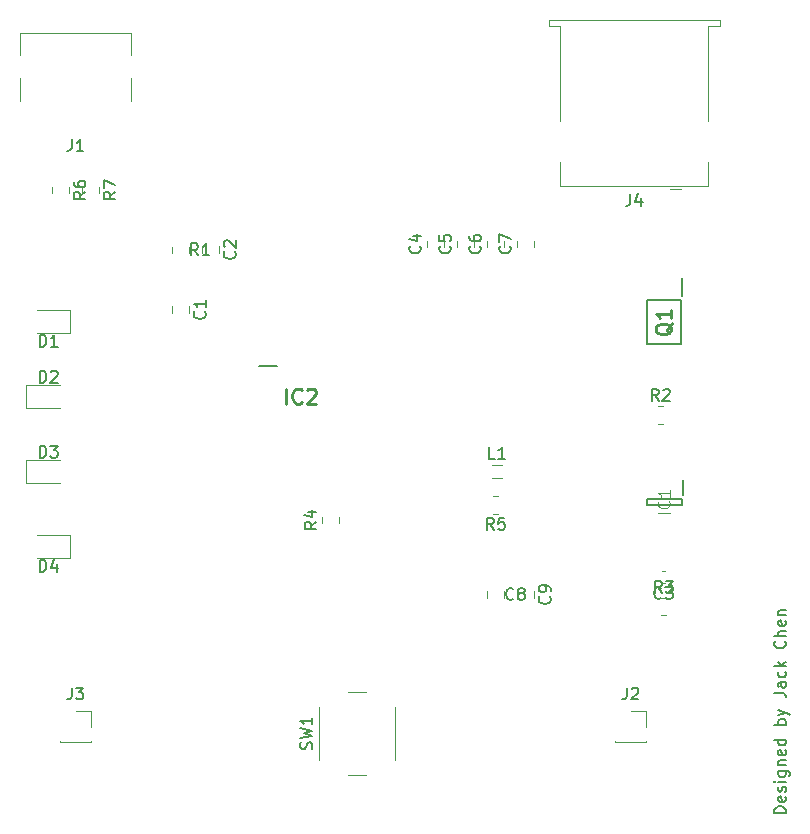
<source format=gbr>
%TF.GenerationSoftware,KiCad,Pcbnew,5.1.9*%
%TF.CreationDate,2021-06-15T13:05:46+08:00*%
%TF.ProjectId,Power-TEST,506f7765-722d-4544-9553-542e6b696361,rev?*%
%TF.SameCoordinates,Original*%
%TF.FileFunction,Legend,Top*%
%TF.FilePolarity,Positive*%
%FSLAX46Y46*%
G04 Gerber Fmt 4.6, Leading zero omitted, Abs format (unit mm)*
G04 Created by KiCad (PCBNEW 5.1.9) date 2021-06-15 13:05:46*
%MOMM*%
%LPD*%
G01*
G04 APERTURE LIST*
%ADD10C,0.150000*%
%ADD11C,0.120000*%
%ADD12C,0.200000*%
%ADD13C,0.015000*%
%ADD14C,0.254000*%
G04 APERTURE END LIST*
D10*
X112212380Y-117815238D02*
X111212380Y-117815238D01*
X111212380Y-117577142D01*
X111260000Y-117434285D01*
X111355238Y-117339047D01*
X111450476Y-117291428D01*
X111640952Y-117243809D01*
X111783809Y-117243809D01*
X111974285Y-117291428D01*
X112069523Y-117339047D01*
X112164761Y-117434285D01*
X112212380Y-117577142D01*
X112212380Y-117815238D01*
X112164761Y-116434285D02*
X112212380Y-116529523D01*
X112212380Y-116720000D01*
X112164761Y-116815238D01*
X112069523Y-116862857D01*
X111688571Y-116862857D01*
X111593333Y-116815238D01*
X111545714Y-116720000D01*
X111545714Y-116529523D01*
X111593333Y-116434285D01*
X111688571Y-116386666D01*
X111783809Y-116386666D01*
X111879047Y-116862857D01*
X112164761Y-116005714D02*
X112212380Y-115910476D01*
X112212380Y-115720000D01*
X112164761Y-115624761D01*
X112069523Y-115577142D01*
X112021904Y-115577142D01*
X111926666Y-115624761D01*
X111879047Y-115720000D01*
X111879047Y-115862857D01*
X111831428Y-115958095D01*
X111736190Y-116005714D01*
X111688571Y-116005714D01*
X111593333Y-115958095D01*
X111545714Y-115862857D01*
X111545714Y-115720000D01*
X111593333Y-115624761D01*
X112212380Y-115148571D02*
X111545714Y-115148571D01*
X111212380Y-115148571D02*
X111260000Y-115196190D01*
X111307619Y-115148571D01*
X111260000Y-115100952D01*
X111212380Y-115148571D01*
X111307619Y-115148571D01*
X111545714Y-114243809D02*
X112355238Y-114243809D01*
X112450476Y-114291428D01*
X112498095Y-114339047D01*
X112545714Y-114434285D01*
X112545714Y-114577142D01*
X112498095Y-114672380D01*
X112164761Y-114243809D02*
X112212380Y-114339047D01*
X112212380Y-114529523D01*
X112164761Y-114624761D01*
X112117142Y-114672380D01*
X112021904Y-114720000D01*
X111736190Y-114720000D01*
X111640952Y-114672380D01*
X111593333Y-114624761D01*
X111545714Y-114529523D01*
X111545714Y-114339047D01*
X111593333Y-114243809D01*
X111545714Y-113767619D02*
X112212380Y-113767619D01*
X111640952Y-113767619D02*
X111593333Y-113720000D01*
X111545714Y-113624761D01*
X111545714Y-113481904D01*
X111593333Y-113386666D01*
X111688571Y-113339047D01*
X112212380Y-113339047D01*
X112164761Y-112481904D02*
X112212380Y-112577142D01*
X112212380Y-112767619D01*
X112164761Y-112862857D01*
X112069523Y-112910476D01*
X111688571Y-112910476D01*
X111593333Y-112862857D01*
X111545714Y-112767619D01*
X111545714Y-112577142D01*
X111593333Y-112481904D01*
X111688571Y-112434285D01*
X111783809Y-112434285D01*
X111879047Y-112910476D01*
X112212380Y-111577142D02*
X111212380Y-111577142D01*
X112164761Y-111577142D02*
X112212380Y-111672380D01*
X112212380Y-111862857D01*
X112164761Y-111958095D01*
X112117142Y-112005714D01*
X112021904Y-112053333D01*
X111736190Y-112053333D01*
X111640952Y-112005714D01*
X111593333Y-111958095D01*
X111545714Y-111862857D01*
X111545714Y-111672380D01*
X111593333Y-111577142D01*
X112212380Y-110339047D02*
X111212380Y-110339047D01*
X111593333Y-110339047D02*
X111545714Y-110243809D01*
X111545714Y-110053333D01*
X111593333Y-109958095D01*
X111640952Y-109910476D01*
X111736190Y-109862857D01*
X112021904Y-109862857D01*
X112117142Y-109910476D01*
X112164761Y-109958095D01*
X112212380Y-110053333D01*
X112212380Y-110243809D01*
X112164761Y-110339047D01*
X111545714Y-109529523D02*
X112212380Y-109291428D01*
X111545714Y-109053333D02*
X112212380Y-109291428D01*
X112450476Y-109386666D01*
X112498095Y-109434285D01*
X112545714Y-109529523D01*
X111212380Y-107624761D02*
X111926666Y-107624761D01*
X112069523Y-107672380D01*
X112164761Y-107767619D01*
X112212380Y-107910476D01*
X112212380Y-108005714D01*
X112212380Y-106720000D02*
X111688571Y-106720000D01*
X111593333Y-106767619D01*
X111545714Y-106862857D01*
X111545714Y-107053333D01*
X111593333Y-107148571D01*
X112164761Y-106720000D02*
X112212380Y-106815238D01*
X112212380Y-107053333D01*
X112164761Y-107148571D01*
X112069523Y-107196190D01*
X111974285Y-107196190D01*
X111879047Y-107148571D01*
X111831428Y-107053333D01*
X111831428Y-106815238D01*
X111783809Y-106720000D01*
X112164761Y-105815238D02*
X112212380Y-105910476D01*
X112212380Y-106100952D01*
X112164761Y-106196190D01*
X112117142Y-106243809D01*
X112021904Y-106291428D01*
X111736190Y-106291428D01*
X111640952Y-106243809D01*
X111593333Y-106196190D01*
X111545714Y-106100952D01*
X111545714Y-105910476D01*
X111593333Y-105815238D01*
X112212380Y-105386666D02*
X111212380Y-105386666D01*
X111831428Y-105291428D02*
X112212380Y-105005714D01*
X111545714Y-105005714D02*
X111926666Y-105386666D01*
X112117142Y-103243809D02*
X112164761Y-103291428D01*
X112212380Y-103434285D01*
X112212380Y-103529523D01*
X112164761Y-103672380D01*
X112069523Y-103767619D01*
X111974285Y-103815238D01*
X111783809Y-103862857D01*
X111640952Y-103862857D01*
X111450476Y-103815238D01*
X111355238Y-103767619D01*
X111260000Y-103672380D01*
X111212380Y-103529523D01*
X111212380Y-103434285D01*
X111260000Y-103291428D01*
X111307619Y-103243809D01*
X112212380Y-102815238D02*
X111212380Y-102815238D01*
X112212380Y-102386666D02*
X111688571Y-102386666D01*
X111593333Y-102434285D01*
X111545714Y-102529523D01*
X111545714Y-102672380D01*
X111593333Y-102767619D01*
X111640952Y-102815238D01*
X112164761Y-101529523D02*
X112212380Y-101624761D01*
X112212380Y-101815238D01*
X112164761Y-101910476D01*
X112069523Y-101958095D01*
X111688571Y-101958095D01*
X111593333Y-101910476D01*
X111545714Y-101815238D01*
X111545714Y-101624761D01*
X111593333Y-101529523D01*
X111688571Y-101481904D01*
X111783809Y-101481904D01*
X111879047Y-101958095D01*
X111545714Y-101053333D02*
X112212380Y-101053333D01*
X111640952Y-101053333D02*
X111593333Y-101005714D01*
X111545714Y-100910476D01*
X111545714Y-100767619D01*
X111593333Y-100672380D01*
X111688571Y-100624761D01*
X112212380Y-100624761D01*
D11*
%TO.C,C3*%
X101978767Y-98300000D02*
X101686233Y-98300000D01*
X101978767Y-97280000D02*
X101686233Y-97280000D01*
%TO.C,J3*%
X50740000Y-111820000D02*
X53400000Y-111820000D01*
X50740000Y-111700000D02*
X50740000Y-111820000D01*
X53400000Y-111700000D02*
X53400000Y-111820000D01*
X53400000Y-109160000D02*
X53400000Y-110490000D01*
X52070000Y-109160000D02*
X53400000Y-109160000D01*
%TO.C,J2*%
X97730000Y-111820000D02*
X100390000Y-111820000D01*
X97730000Y-111700000D02*
X97730000Y-111820000D01*
X100390000Y-111700000D02*
X100390000Y-111820000D01*
X100390000Y-109160000D02*
X100390000Y-110490000D01*
X99060000Y-109160000D02*
X100390000Y-109160000D01*
%TO.C,R7*%
X54075000Y-64812936D02*
X54075000Y-65267064D01*
X52605000Y-64812936D02*
X52605000Y-65267064D01*
%TO.C,R6*%
X51535000Y-64812936D02*
X51535000Y-65267064D01*
X50065000Y-64812936D02*
X50065000Y-65267064D01*
%TO.C,C1*%
X61695000Y-74901248D02*
X61695000Y-75423752D01*
X60225000Y-74901248D02*
X60225000Y-75423752D01*
%TO.C,C2*%
X62765000Y-69821248D02*
X62765000Y-70343752D01*
X64235000Y-69821248D02*
X64235000Y-70343752D01*
%TO.C,C4*%
X81815000Y-69878752D02*
X81815000Y-69356248D01*
X83285000Y-69878752D02*
X83285000Y-69356248D01*
%TO.C,C5*%
X84355000Y-69878752D02*
X84355000Y-69356248D01*
X85825000Y-69878752D02*
X85825000Y-69356248D01*
%TO.C,C6*%
X88365000Y-69878752D02*
X88365000Y-69356248D01*
X86895000Y-69878752D02*
X86895000Y-69356248D01*
%TO.C,C7*%
X90905000Y-69878752D02*
X90905000Y-69356248D01*
X89435000Y-69878752D02*
X89435000Y-69356248D01*
%TO.C,C8*%
X88365000Y-99031248D02*
X88365000Y-99553752D01*
X86895000Y-99031248D02*
X86895000Y-99553752D01*
%TO.C,C9*%
X89435000Y-99031248D02*
X89435000Y-99553752D01*
X90905000Y-99031248D02*
X90905000Y-99553752D01*
%TO.C,D1*%
X48775000Y-77160000D02*
X51635000Y-77160000D01*
X51635000Y-77160000D02*
X51635000Y-75240000D01*
X51635000Y-75240000D02*
X48775000Y-75240000D01*
%TO.C,D2*%
X47915000Y-83510000D02*
X50775000Y-83510000D01*
X47915000Y-81590000D02*
X47915000Y-83510000D01*
X50775000Y-81590000D02*
X47915000Y-81590000D01*
%TO.C,D3*%
X47915000Y-89860000D02*
X50775000Y-89860000D01*
X47915000Y-87940000D02*
X47915000Y-89860000D01*
X50775000Y-87940000D02*
X47915000Y-87940000D01*
%TO.C,D4*%
X48775000Y-96210000D02*
X51635000Y-96210000D01*
X51635000Y-96210000D02*
X51635000Y-94290000D01*
X51635000Y-94290000D02*
X48775000Y-94290000D01*
D12*
%TO.C,IC1*%
X103520000Y-89585000D02*
X103520000Y-90835000D01*
X100460000Y-91185000D02*
X103380000Y-91185000D01*
X100460000Y-91735000D02*
X100460000Y-91185000D01*
X103380000Y-91735000D02*
X100460000Y-91735000D01*
X103380000Y-91185000D02*
X103380000Y-91735000D01*
%TO.C,IC2*%
X67645000Y-79945000D02*
X69170000Y-79945000D01*
D11*
%TO.C,J1*%
X56770000Y-51745000D02*
X47370000Y-51745000D01*
X47370000Y-57545000D02*
X47370000Y-55545000D01*
X47370000Y-53645000D02*
X47370000Y-51745000D01*
X56770000Y-57545000D02*
X56770000Y-55545000D01*
X56770000Y-53645000D02*
X56770000Y-51745000D01*
%TO.C,J4*%
X106620000Y-50680000D02*
X92120000Y-50680000D01*
X92120000Y-50680000D02*
X92120000Y-51180000D01*
X92120000Y-51180000D02*
X93120000Y-51180000D01*
X93120000Y-51180000D02*
X93120000Y-59180000D01*
X93120000Y-62680000D02*
X93120000Y-64680000D01*
X93120000Y-64680000D02*
X105620000Y-64680000D01*
X105620000Y-64680000D02*
X105620000Y-62680000D01*
X105620000Y-59180000D02*
X105620000Y-51180000D01*
X105620000Y-51180000D02*
X106620000Y-51180000D01*
X106620000Y-51180000D02*
X106620000Y-50680000D01*
X103370000Y-64930000D02*
X102370000Y-64930000D01*
%TO.C,L1*%
X87339758Y-89460000D02*
X88160242Y-89460000D01*
X87339758Y-88340000D02*
X88160242Y-88340000D01*
D12*
%TO.C,Q1*%
X103445000Y-72525000D02*
X103445000Y-74000000D01*
X100430000Y-74350000D02*
X103360000Y-74350000D01*
X100430000Y-78050000D02*
X100430000Y-74350000D01*
X103360000Y-78050000D02*
X100430000Y-78050000D01*
X103360000Y-74350000D02*
X103360000Y-78050000D01*
D11*
%TO.C,R1*%
X60225000Y-69892936D02*
X60225000Y-70347064D01*
X61695000Y-69892936D02*
X61695000Y-70347064D01*
%TO.C,R2*%
X101372936Y-84825000D02*
X101827064Y-84825000D01*
X101372936Y-83355000D02*
X101827064Y-83355000D01*
%TO.C,R3*%
X101642936Y-101065000D02*
X102097064Y-101065000D01*
X101642936Y-99595000D02*
X102097064Y-99595000D01*
%TO.C,R4*%
X72925000Y-93207064D02*
X72925000Y-92752936D01*
X74395000Y-93207064D02*
X74395000Y-92752936D01*
%TO.C,R5*%
X87857064Y-90975000D02*
X87402936Y-90975000D01*
X87857064Y-92445000D02*
X87402936Y-92445000D01*
%TO.C,SW1*%
X76660000Y-107550000D02*
X75160000Y-107550000D01*
X72660000Y-108800000D02*
X72660000Y-113300000D01*
X75160000Y-114550000D02*
X76660000Y-114550000D01*
X79160000Y-113300000D02*
X79160000Y-108800000D01*
%TO.C,C3*%
D10*
X101665833Y-99577142D02*
X101618214Y-99624761D01*
X101475357Y-99672380D01*
X101380119Y-99672380D01*
X101237261Y-99624761D01*
X101142023Y-99529523D01*
X101094404Y-99434285D01*
X101046785Y-99243809D01*
X101046785Y-99100952D01*
X101094404Y-98910476D01*
X101142023Y-98815238D01*
X101237261Y-98720000D01*
X101380119Y-98672380D01*
X101475357Y-98672380D01*
X101618214Y-98720000D01*
X101665833Y-98767619D01*
X101999166Y-98672380D02*
X102618214Y-98672380D01*
X102284880Y-99053333D01*
X102427738Y-99053333D01*
X102522976Y-99100952D01*
X102570595Y-99148571D01*
X102618214Y-99243809D01*
X102618214Y-99481904D01*
X102570595Y-99577142D01*
X102522976Y-99624761D01*
X102427738Y-99672380D01*
X102142023Y-99672380D01*
X102046785Y-99624761D01*
X101999166Y-99577142D01*
%TO.C,J3*%
X51736666Y-107172380D02*
X51736666Y-107886666D01*
X51689047Y-108029523D01*
X51593809Y-108124761D01*
X51450952Y-108172380D01*
X51355714Y-108172380D01*
X52117619Y-107172380D02*
X52736666Y-107172380D01*
X52403333Y-107553333D01*
X52546190Y-107553333D01*
X52641428Y-107600952D01*
X52689047Y-107648571D01*
X52736666Y-107743809D01*
X52736666Y-107981904D01*
X52689047Y-108077142D01*
X52641428Y-108124761D01*
X52546190Y-108172380D01*
X52260476Y-108172380D01*
X52165238Y-108124761D01*
X52117619Y-108077142D01*
%TO.C,J2*%
X98726666Y-107172380D02*
X98726666Y-107886666D01*
X98679047Y-108029523D01*
X98583809Y-108124761D01*
X98440952Y-108172380D01*
X98345714Y-108172380D01*
X99155238Y-107267619D02*
X99202857Y-107220000D01*
X99298095Y-107172380D01*
X99536190Y-107172380D01*
X99631428Y-107220000D01*
X99679047Y-107267619D01*
X99726666Y-107362857D01*
X99726666Y-107458095D01*
X99679047Y-107600952D01*
X99107619Y-108172380D01*
X99726666Y-108172380D01*
%TO.C,R7*%
X55442380Y-65206666D02*
X54966190Y-65540000D01*
X55442380Y-65778095D02*
X54442380Y-65778095D01*
X54442380Y-65397142D01*
X54490000Y-65301904D01*
X54537619Y-65254285D01*
X54632857Y-65206666D01*
X54775714Y-65206666D01*
X54870952Y-65254285D01*
X54918571Y-65301904D01*
X54966190Y-65397142D01*
X54966190Y-65778095D01*
X54442380Y-64873333D02*
X54442380Y-64206666D01*
X55442380Y-64635238D01*
%TO.C,R6*%
X52902380Y-65206666D02*
X52426190Y-65540000D01*
X52902380Y-65778095D02*
X51902380Y-65778095D01*
X51902380Y-65397142D01*
X51950000Y-65301904D01*
X51997619Y-65254285D01*
X52092857Y-65206666D01*
X52235714Y-65206666D01*
X52330952Y-65254285D01*
X52378571Y-65301904D01*
X52426190Y-65397142D01*
X52426190Y-65778095D01*
X51902380Y-64349523D02*
X51902380Y-64540000D01*
X51950000Y-64635238D01*
X51997619Y-64682857D01*
X52140476Y-64778095D01*
X52330952Y-64825714D01*
X52711904Y-64825714D01*
X52807142Y-64778095D01*
X52854761Y-64730476D01*
X52902380Y-64635238D01*
X52902380Y-64444761D01*
X52854761Y-64349523D01*
X52807142Y-64301904D01*
X52711904Y-64254285D01*
X52473809Y-64254285D01*
X52378571Y-64301904D01*
X52330952Y-64349523D01*
X52283333Y-64444761D01*
X52283333Y-64635238D01*
X52330952Y-64730476D01*
X52378571Y-64778095D01*
X52473809Y-64825714D01*
%TO.C,C1*%
X62997142Y-75329166D02*
X63044761Y-75376785D01*
X63092380Y-75519642D01*
X63092380Y-75614880D01*
X63044761Y-75757738D01*
X62949523Y-75852976D01*
X62854285Y-75900595D01*
X62663809Y-75948214D01*
X62520952Y-75948214D01*
X62330476Y-75900595D01*
X62235238Y-75852976D01*
X62140000Y-75757738D01*
X62092380Y-75614880D01*
X62092380Y-75519642D01*
X62140000Y-75376785D01*
X62187619Y-75329166D01*
X63092380Y-74376785D02*
X63092380Y-74948214D01*
X63092380Y-74662500D02*
X62092380Y-74662500D01*
X62235238Y-74757738D01*
X62330476Y-74852976D01*
X62378095Y-74948214D01*
%TO.C,C2*%
X65537142Y-70249166D02*
X65584761Y-70296785D01*
X65632380Y-70439642D01*
X65632380Y-70534880D01*
X65584761Y-70677738D01*
X65489523Y-70772976D01*
X65394285Y-70820595D01*
X65203809Y-70868214D01*
X65060952Y-70868214D01*
X64870476Y-70820595D01*
X64775238Y-70772976D01*
X64680000Y-70677738D01*
X64632380Y-70534880D01*
X64632380Y-70439642D01*
X64680000Y-70296785D01*
X64727619Y-70249166D01*
X64727619Y-69868214D02*
X64680000Y-69820595D01*
X64632380Y-69725357D01*
X64632380Y-69487261D01*
X64680000Y-69392023D01*
X64727619Y-69344404D01*
X64822857Y-69296785D01*
X64918095Y-69296785D01*
X65060952Y-69344404D01*
X65632380Y-69915833D01*
X65632380Y-69296785D01*
%TO.C,C4*%
X81227142Y-69784166D02*
X81274761Y-69831785D01*
X81322380Y-69974642D01*
X81322380Y-70069880D01*
X81274761Y-70212738D01*
X81179523Y-70307976D01*
X81084285Y-70355595D01*
X80893809Y-70403214D01*
X80750952Y-70403214D01*
X80560476Y-70355595D01*
X80465238Y-70307976D01*
X80370000Y-70212738D01*
X80322380Y-70069880D01*
X80322380Y-69974642D01*
X80370000Y-69831785D01*
X80417619Y-69784166D01*
X80655714Y-68927023D02*
X81322380Y-68927023D01*
X80274761Y-69165119D02*
X80989047Y-69403214D01*
X80989047Y-68784166D01*
%TO.C,C5*%
X83767142Y-69784166D02*
X83814761Y-69831785D01*
X83862380Y-69974642D01*
X83862380Y-70069880D01*
X83814761Y-70212738D01*
X83719523Y-70307976D01*
X83624285Y-70355595D01*
X83433809Y-70403214D01*
X83290952Y-70403214D01*
X83100476Y-70355595D01*
X83005238Y-70307976D01*
X82910000Y-70212738D01*
X82862380Y-70069880D01*
X82862380Y-69974642D01*
X82910000Y-69831785D01*
X82957619Y-69784166D01*
X82862380Y-68879404D02*
X82862380Y-69355595D01*
X83338571Y-69403214D01*
X83290952Y-69355595D01*
X83243333Y-69260357D01*
X83243333Y-69022261D01*
X83290952Y-68927023D01*
X83338571Y-68879404D01*
X83433809Y-68831785D01*
X83671904Y-68831785D01*
X83767142Y-68879404D01*
X83814761Y-68927023D01*
X83862380Y-69022261D01*
X83862380Y-69260357D01*
X83814761Y-69355595D01*
X83767142Y-69403214D01*
%TO.C,C6*%
X86307142Y-69784166D02*
X86354761Y-69831785D01*
X86402380Y-69974642D01*
X86402380Y-70069880D01*
X86354761Y-70212738D01*
X86259523Y-70307976D01*
X86164285Y-70355595D01*
X85973809Y-70403214D01*
X85830952Y-70403214D01*
X85640476Y-70355595D01*
X85545238Y-70307976D01*
X85450000Y-70212738D01*
X85402380Y-70069880D01*
X85402380Y-69974642D01*
X85450000Y-69831785D01*
X85497619Y-69784166D01*
X85402380Y-68927023D02*
X85402380Y-69117500D01*
X85450000Y-69212738D01*
X85497619Y-69260357D01*
X85640476Y-69355595D01*
X85830952Y-69403214D01*
X86211904Y-69403214D01*
X86307142Y-69355595D01*
X86354761Y-69307976D01*
X86402380Y-69212738D01*
X86402380Y-69022261D01*
X86354761Y-68927023D01*
X86307142Y-68879404D01*
X86211904Y-68831785D01*
X85973809Y-68831785D01*
X85878571Y-68879404D01*
X85830952Y-68927023D01*
X85783333Y-69022261D01*
X85783333Y-69212738D01*
X85830952Y-69307976D01*
X85878571Y-69355595D01*
X85973809Y-69403214D01*
%TO.C,C7*%
X88847142Y-69784166D02*
X88894761Y-69831785D01*
X88942380Y-69974642D01*
X88942380Y-70069880D01*
X88894761Y-70212738D01*
X88799523Y-70307976D01*
X88704285Y-70355595D01*
X88513809Y-70403214D01*
X88370952Y-70403214D01*
X88180476Y-70355595D01*
X88085238Y-70307976D01*
X87990000Y-70212738D01*
X87942380Y-70069880D01*
X87942380Y-69974642D01*
X87990000Y-69831785D01*
X88037619Y-69784166D01*
X87942380Y-69450833D02*
X87942380Y-68784166D01*
X88942380Y-69212738D01*
%TO.C,C8*%
X89143333Y-99649642D02*
X89095714Y-99697261D01*
X88952857Y-99744880D01*
X88857619Y-99744880D01*
X88714761Y-99697261D01*
X88619523Y-99602023D01*
X88571904Y-99506785D01*
X88524285Y-99316309D01*
X88524285Y-99173452D01*
X88571904Y-98982976D01*
X88619523Y-98887738D01*
X88714761Y-98792500D01*
X88857619Y-98744880D01*
X88952857Y-98744880D01*
X89095714Y-98792500D01*
X89143333Y-98840119D01*
X89714761Y-99173452D02*
X89619523Y-99125833D01*
X89571904Y-99078214D01*
X89524285Y-98982976D01*
X89524285Y-98935357D01*
X89571904Y-98840119D01*
X89619523Y-98792500D01*
X89714761Y-98744880D01*
X89905238Y-98744880D01*
X90000476Y-98792500D01*
X90048095Y-98840119D01*
X90095714Y-98935357D01*
X90095714Y-98982976D01*
X90048095Y-99078214D01*
X90000476Y-99125833D01*
X89905238Y-99173452D01*
X89714761Y-99173452D01*
X89619523Y-99221071D01*
X89571904Y-99268690D01*
X89524285Y-99363928D01*
X89524285Y-99554404D01*
X89571904Y-99649642D01*
X89619523Y-99697261D01*
X89714761Y-99744880D01*
X89905238Y-99744880D01*
X90000476Y-99697261D01*
X90048095Y-99649642D01*
X90095714Y-99554404D01*
X90095714Y-99363928D01*
X90048095Y-99268690D01*
X90000476Y-99221071D01*
X89905238Y-99173452D01*
%TO.C,C9*%
X92207142Y-99459166D02*
X92254761Y-99506785D01*
X92302380Y-99649642D01*
X92302380Y-99744880D01*
X92254761Y-99887738D01*
X92159523Y-99982976D01*
X92064285Y-100030595D01*
X91873809Y-100078214D01*
X91730952Y-100078214D01*
X91540476Y-100030595D01*
X91445238Y-99982976D01*
X91350000Y-99887738D01*
X91302380Y-99744880D01*
X91302380Y-99649642D01*
X91350000Y-99506785D01*
X91397619Y-99459166D01*
X92302380Y-98982976D02*
X92302380Y-98792500D01*
X92254761Y-98697261D01*
X92207142Y-98649642D01*
X92064285Y-98554404D01*
X91873809Y-98506785D01*
X91492857Y-98506785D01*
X91397619Y-98554404D01*
X91350000Y-98602023D01*
X91302380Y-98697261D01*
X91302380Y-98887738D01*
X91350000Y-98982976D01*
X91397619Y-99030595D01*
X91492857Y-99078214D01*
X91730952Y-99078214D01*
X91826190Y-99030595D01*
X91873809Y-98982976D01*
X91921428Y-98887738D01*
X91921428Y-98697261D01*
X91873809Y-98602023D01*
X91826190Y-98554404D01*
X91730952Y-98506785D01*
%TO.C,D1*%
X49036904Y-78302380D02*
X49036904Y-77302380D01*
X49275000Y-77302380D01*
X49417857Y-77350000D01*
X49513095Y-77445238D01*
X49560714Y-77540476D01*
X49608333Y-77730952D01*
X49608333Y-77873809D01*
X49560714Y-78064285D01*
X49513095Y-78159523D01*
X49417857Y-78254761D01*
X49275000Y-78302380D01*
X49036904Y-78302380D01*
X50560714Y-78302380D02*
X49989285Y-78302380D01*
X50275000Y-78302380D02*
X50275000Y-77302380D01*
X50179761Y-77445238D01*
X50084523Y-77540476D01*
X49989285Y-77588095D01*
%TO.C,D2*%
X49036904Y-81352380D02*
X49036904Y-80352380D01*
X49275000Y-80352380D01*
X49417857Y-80400000D01*
X49513095Y-80495238D01*
X49560714Y-80590476D01*
X49608333Y-80780952D01*
X49608333Y-80923809D01*
X49560714Y-81114285D01*
X49513095Y-81209523D01*
X49417857Y-81304761D01*
X49275000Y-81352380D01*
X49036904Y-81352380D01*
X49989285Y-80447619D02*
X50036904Y-80400000D01*
X50132142Y-80352380D01*
X50370238Y-80352380D01*
X50465476Y-80400000D01*
X50513095Y-80447619D01*
X50560714Y-80542857D01*
X50560714Y-80638095D01*
X50513095Y-80780952D01*
X49941666Y-81352380D01*
X50560714Y-81352380D01*
%TO.C,D3*%
X49036904Y-87702380D02*
X49036904Y-86702380D01*
X49275000Y-86702380D01*
X49417857Y-86750000D01*
X49513095Y-86845238D01*
X49560714Y-86940476D01*
X49608333Y-87130952D01*
X49608333Y-87273809D01*
X49560714Y-87464285D01*
X49513095Y-87559523D01*
X49417857Y-87654761D01*
X49275000Y-87702380D01*
X49036904Y-87702380D01*
X49941666Y-86702380D02*
X50560714Y-86702380D01*
X50227380Y-87083333D01*
X50370238Y-87083333D01*
X50465476Y-87130952D01*
X50513095Y-87178571D01*
X50560714Y-87273809D01*
X50560714Y-87511904D01*
X50513095Y-87607142D01*
X50465476Y-87654761D01*
X50370238Y-87702380D01*
X50084523Y-87702380D01*
X49989285Y-87654761D01*
X49941666Y-87607142D01*
%TO.C,D4*%
X49036904Y-97352380D02*
X49036904Y-96352380D01*
X49275000Y-96352380D01*
X49417857Y-96400000D01*
X49513095Y-96495238D01*
X49560714Y-96590476D01*
X49608333Y-96780952D01*
X49608333Y-96923809D01*
X49560714Y-97114285D01*
X49513095Y-97209523D01*
X49417857Y-97304761D01*
X49275000Y-97352380D01*
X49036904Y-97352380D01*
X50465476Y-96685714D02*
X50465476Y-97352380D01*
X50227380Y-96304761D02*
X49989285Y-97019047D01*
X50608333Y-97019047D01*
%TO.C,IC1*%
D13*
X102372380Y-92436190D02*
X101372380Y-92436190D01*
X102277142Y-91388571D02*
X102324761Y-91436190D01*
X102372380Y-91579047D01*
X102372380Y-91674285D01*
X102324761Y-91817142D01*
X102229523Y-91912380D01*
X102134285Y-91960000D01*
X101943809Y-92007619D01*
X101800952Y-92007619D01*
X101610476Y-91960000D01*
X101515238Y-91912380D01*
X101420000Y-91817142D01*
X101372380Y-91674285D01*
X101372380Y-91579047D01*
X101420000Y-91436190D01*
X101467619Y-91388571D01*
X102372380Y-90436190D02*
X102372380Y-91007619D01*
X102372380Y-90721904D02*
X101372380Y-90721904D01*
X101515238Y-90817142D01*
X101610476Y-90912380D01*
X101658095Y-91007619D01*
%TO.C,IC2*%
D14*
X69880238Y-83124523D02*
X69880238Y-81854523D01*
X71210714Y-83003571D02*
X71150238Y-83064047D01*
X70968809Y-83124523D01*
X70847857Y-83124523D01*
X70666428Y-83064047D01*
X70545476Y-82943095D01*
X70485000Y-82822142D01*
X70424523Y-82580238D01*
X70424523Y-82398809D01*
X70485000Y-82156904D01*
X70545476Y-82035952D01*
X70666428Y-81915000D01*
X70847857Y-81854523D01*
X70968809Y-81854523D01*
X71150238Y-81915000D01*
X71210714Y-81975476D01*
X71694523Y-81975476D02*
X71755000Y-81915000D01*
X71875952Y-81854523D01*
X72178333Y-81854523D01*
X72299285Y-81915000D01*
X72359761Y-81975476D01*
X72420238Y-82096428D01*
X72420238Y-82217380D01*
X72359761Y-82398809D01*
X71634047Y-83124523D01*
X72420238Y-83124523D01*
%TO.C,J1*%
D10*
X51736666Y-60742380D02*
X51736666Y-61456666D01*
X51689047Y-61599523D01*
X51593809Y-61694761D01*
X51450952Y-61742380D01*
X51355714Y-61742380D01*
X52736666Y-61742380D02*
X52165238Y-61742380D01*
X52450952Y-61742380D02*
X52450952Y-60742380D01*
X52355714Y-60885238D01*
X52260476Y-60980476D01*
X52165238Y-61028095D01*
%TO.C,J4*%
X99036666Y-65382380D02*
X99036666Y-66096666D01*
X98989047Y-66239523D01*
X98893809Y-66334761D01*
X98750952Y-66382380D01*
X98655714Y-66382380D01*
X99941428Y-65715714D02*
X99941428Y-66382380D01*
X99703333Y-65334761D02*
X99465238Y-66049047D01*
X100084285Y-66049047D01*
%TO.C,L1*%
X87583333Y-87802380D02*
X87107142Y-87802380D01*
X87107142Y-86802380D01*
X88440476Y-87802380D02*
X87869047Y-87802380D01*
X88154761Y-87802380D02*
X88154761Y-86802380D01*
X88059523Y-86945238D01*
X87964285Y-87040476D01*
X87869047Y-87088095D01*
%TO.C,Q1*%
D14*
X102590476Y-76320952D02*
X102530000Y-76441904D01*
X102409047Y-76562857D01*
X102227619Y-76744285D01*
X102167142Y-76865238D01*
X102167142Y-76986190D01*
X102469523Y-76925714D02*
X102409047Y-77046666D01*
X102288095Y-77167619D01*
X102046190Y-77228095D01*
X101622857Y-77228095D01*
X101380952Y-77167619D01*
X101260000Y-77046666D01*
X101199523Y-76925714D01*
X101199523Y-76683809D01*
X101260000Y-76562857D01*
X101380952Y-76441904D01*
X101622857Y-76381428D01*
X102046190Y-76381428D01*
X102288095Y-76441904D01*
X102409047Y-76562857D01*
X102469523Y-76683809D01*
X102469523Y-76925714D01*
X102469523Y-75171904D02*
X102469523Y-75897619D01*
X102469523Y-75534761D02*
X101199523Y-75534761D01*
X101380952Y-75655714D01*
X101501904Y-75776666D01*
X101562380Y-75897619D01*
%TO.C,R1*%
D10*
X62443333Y-70572380D02*
X62110000Y-70096190D01*
X61871904Y-70572380D02*
X61871904Y-69572380D01*
X62252857Y-69572380D01*
X62348095Y-69620000D01*
X62395714Y-69667619D01*
X62443333Y-69762857D01*
X62443333Y-69905714D01*
X62395714Y-70000952D01*
X62348095Y-70048571D01*
X62252857Y-70096190D01*
X61871904Y-70096190D01*
X63395714Y-70572380D02*
X62824285Y-70572380D01*
X63110000Y-70572380D02*
X63110000Y-69572380D01*
X63014761Y-69715238D01*
X62919523Y-69810476D01*
X62824285Y-69858095D01*
%TO.C,R2*%
X101433333Y-82892380D02*
X101100000Y-82416190D01*
X100861904Y-82892380D02*
X100861904Y-81892380D01*
X101242857Y-81892380D01*
X101338095Y-81940000D01*
X101385714Y-81987619D01*
X101433333Y-82082857D01*
X101433333Y-82225714D01*
X101385714Y-82320952D01*
X101338095Y-82368571D01*
X101242857Y-82416190D01*
X100861904Y-82416190D01*
X101814285Y-81987619D02*
X101861904Y-81940000D01*
X101957142Y-81892380D01*
X102195238Y-81892380D01*
X102290476Y-81940000D01*
X102338095Y-81987619D01*
X102385714Y-82082857D01*
X102385714Y-82178095D01*
X102338095Y-82320952D01*
X101766666Y-82892380D01*
X102385714Y-82892380D01*
%TO.C,R3*%
X101703333Y-99132380D02*
X101370000Y-98656190D01*
X101131904Y-99132380D02*
X101131904Y-98132380D01*
X101512857Y-98132380D01*
X101608095Y-98180000D01*
X101655714Y-98227619D01*
X101703333Y-98322857D01*
X101703333Y-98465714D01*
X101655714Y-98560952D01*
X101608095Y-98608571D01*
X101512857Y-98656190D01*
X101131904Y-98656190D01*
X102036666Y-98132380D02*
X102655714Y-98132380D01*
X102322380Y-98513333D01*
X102465238Y-98513333D01*
X102560476Y-98560952D01*
X102608095Y-98608571D01*
X102655714Y-98703809D01*
X102655714Y-98941904D01*
X102608095Y-99037142D01*
X102560476Y-99084761D01*
X102465238Y-99132380D01*
X102179523Y-99132380D01*
X102084285Y-99084761D01*
X102036666Y-99037142D01*
%TO.C,R4*%
X72462380Y-93146666D02*
X71986190Y-93480000D01*
X72462380Y-93718095D02*
X71462380Y-93718095D01*
X71462380Y-93337142D01*
X71510000Y-93241904D01*
X71557619Y-93194285D01*
X71652857Y-93146666D01*
X71795714Y-93146666D01*
X71890952Y-93194285D01*
X71938571Y-93241904D01*
X71986190Y-93337142D01*
X71986190Y-93718095D01*
X71795714Y-92289523D02*
X72462380Y-92289523D01*
X71414761Y-92527619D02*
X72129047Y-92765714D01*
X72129047Y-92146666D01*
%TO.C,R5*%
X87463333Y-93812380D02*
X87130000Y-93336190D01*
X86891904Y-93812380D02*
X86891904Y-92812380D01*
X87272857Y-92812380D01*
X87368095Y-92860000D01*
X87415714Y-92907619D01*
X87463333Y-93002857D01*
X87463333Y-93145714D01*
X87415714Y-93240952D01*
X87368095Y-93288571D01*
X87272857Y-93336190D01*
X86891904Y-93336190D01*
X88368095Y-92812380D02*
X87891904Y-92812380D01*
X87844285Y-93288571D01*
X87891904Y-93240952D01*
X87987142Y-93193333D01*
X88225238Y-93193333D01*
X88320476Y-93240952D01*
X88368095Y-93288571D01*
X88415714Y-93383809D01*
X88415714Y-93621904D01*
X88368095Y-93717142D01*
X88320476Y-93764761D01*
X88225238Y-93812380D01*
X87987142Y-93812380D01*
X87891904Y-93764761D01*
X87844285Y-93717142D01*
%TO.C,SW1*%
X72064761Y-112383333D02*
X72112380Y-112240476D01*
X72112380Y-112002380D01*
X72064761Y-111907142D01*
X72017142Y-111859523D01*
X71921904Y-111811904D01*
X71826666Y-111811904D01*
X71731428Y-111859523D01*
X71683809Y-111907142D01*
X71636190Y-112002380D01*
X71588571Y-112192857D01*
X71540952Y-112288095D01*
X71493333Y-112335714D01*
X71398095Y-112383333D01*
X71302857Y-112383333D01*
X71207619Y-112335714D01*
X71160000Y-112288095D01*
X71112380Y-112192857D01*
X71112380Y-111954761D01*
X71160000Y-111811904D01*
X71112380Y-111478571D02*
X72112380Y-111240476D01*
X71398095Y-111050000D01*
X72112380Y-110859523D01*
X71112380Y-110621428D01*
X72112380Y-109716666D02*
X72112380Y-110288095D01*
X72112380Y-110002380D02*
X71112380Y-110002380D01*
X71255238Y-110097619D01*
X71350476Y-110192857D01*
X71398095Y-110288095D01*
%TD*%
M02*

</source>
